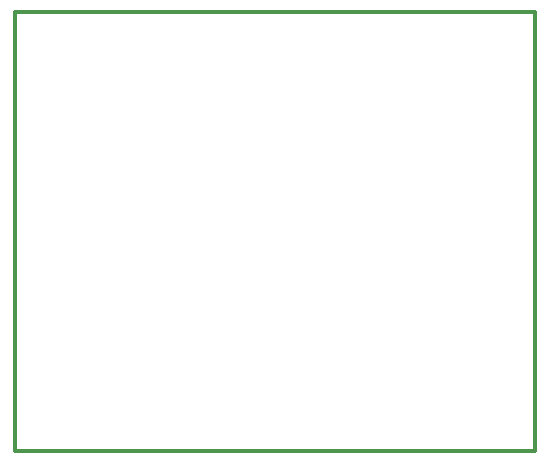
<source format=gm1>
G04 #@! TF.GenerationSoftware,KiCad,Pcbnew,7.0.5-0*
G04 #@! TF.CreationDate,2024-02-05T02:53:32-05:00*
G04 #@! TF.ProjectId,boostlet,626f6f73-746c-4657-942e-6b696361645f,rev?*
G04 #@! TF.SameCoordinates,Original*
G04 #@! TF.FileFunction,Profile,NP*
%FSLAX46Y46*%
G04 Gerber Fmt 4.6, Leading zero omitted, Abs format (unit mm)*
G04 Created by KiCad (PCBNEW 7.0.5-0) date 2024-02-05 02:53:32*
%MOMM*%
%LPD*%
G01*
G04 APERTURE LIST*
G04 #@! TA.AperFunction,Profile*
%ADD10C,0.300000*%
G04 #@! TD*
G04 APERTURE END LIST*
D10*
X101346000Y-79565500D02*
X145415000Y-79565500D01*
X145415000Y-116713000D01*
X101346000Y-116713000D01*
X101346000Y-79565500D01*
M02*

</source>
